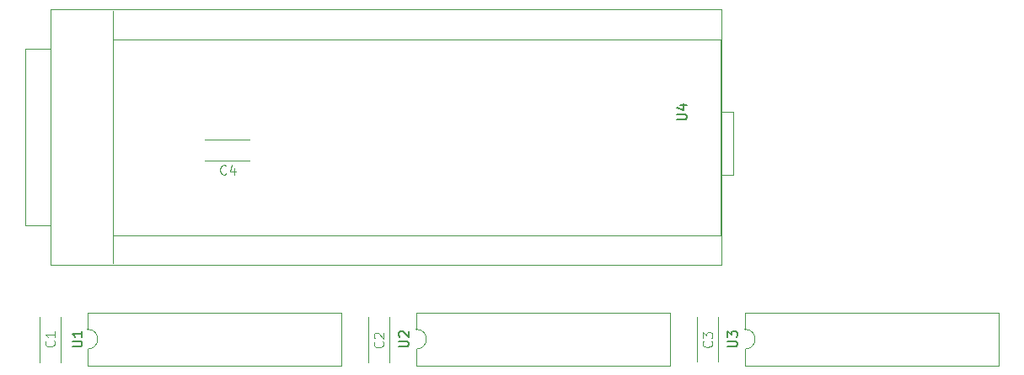
<source format=gto>
G04 #@! TF.GenerationSoftware,KiCad,Pcbnew,(6.0.9)*
G04 #@! TF.CreationDate,2023-03-03T19:19:16+01:00*
G04 #@! TF.ProjectId,02_Cartucho_MSX_Tang_Nano_9k_TMS9918,30325f43-6172-4747-9563-686f5f4d5358,rev?*
G04 #@! TF.SameCoordinates,Original*
G04 #@! TF.FileFunction,Legend,Top*
G04 #@! TF.FilePolarity,Positive*
%FSLAX46Y46*%
G04 Gerber Fmt 4.6, Leading zero omitted, Abs format (unit mm)*
G04 Created by KiCad (PCBNEW (6.0.9)) date 2023-03-03 19:19:16*
%MOMM*%
%LPD*%
G01*
G04 APERTURE LIST*
%ADD10C,0.096520*%
%ADD11C,0.150000*%
%ADD12C,0.120000*%
%ADD13C,0.100000*%
%ADD14C,1.600000*%
%ADD15R,1.600000X1.600000*%
%ADD16O,1.600000X1.600000*%
%ADD17C,4.900000*%
%ADD18R,1.270000X7.620000*%
%ADD19R,1.600000X2.400000*%
%ADD20O,1.600000X2.400000*%
G04 APERTURE END LIST*
D10*
X77364770Y-96361794D02*
X77318808Y-96407756D01*
X77180922Y-96453718D01*
X77088998Y-96453718D01*
X76951113Y-96407756D01*
X76859189Y-96315832D01*
X76813227Y-96223908D01*
X76767265Y-96040060D01*
X76767265Y-95902175D01*
X76813227Y-95718327D01*
X76859189Y-95626403D01*
X76951113Y-95534480D01*
X77088998Y-95488518D01*
X77180922Y-95488518D01*
X77318808Y-95534480D01*
X77364770Y-95580441D01*
X78192084Y-95810251D02*
X78192084Y-96453718D01*
X77962275Y-95442556D02*
X77732465Y-96131984D01*
X78329970Y-96131984D01*
X126100114Y-113246503D02*
X126146076Y-113292465D01*
X126192038Y-113430351D01*
X126192038Y-113522275D01*
X126146076Y-113660160D01*
X126054152Y-113752084D01*
X125962228Y-113798046D01*
X125778380Y-113844008D01*
X125640495Y-113844008D01*
X125456647Y-113798046D01*
X125364723Y-113752084D01*
X125272800Y-113660160D01*
X125226838Y-113522275D01*
X125226838Y-113430351D01*
X125272800Y-113292465D01*
X125318761Y-113246503D01*
X125226838Y-112924770D02*
X125226838Y-112327265D01*
X125594533Y-112648998D01*
X125594533Y-112511113D01*
X125640495Y-112419189D01*
X125686457Y-112373227D01*
X125778380Y-112327265D01*
X126008190Y-112327265D01*
X126100114Y-112373227D01*
X126146076Y-112419189D01*
X126192038Y-112511113D01*
X126192038Y-112786884D01*
X126146076Y-112878808D01*
X126100114Y-112924770D01*
X93080114Y-113286503D02*
X93126076Y-113332465D01*
X93172038Y-113470351D01*
X93172038Y-113562275D01*
X93126076Y-113700160D01*
X93034152Y-113792084D01*
X92942228Y-113838046D01*
X92758380Y-113884008D01*
X92620495Y-113884008D01*
X92436647Y-113838046D01*
X92344723Y-113792084D01*
X92252800Y-113700160D01*
X92206838Y-113562275D01*
X92206838Y-113470351D01*
X92252800Y-113332465D01*
X92298761Y-113286503D01*
X92298761Y-112918808D02*
X92252800Y-112872846D01*
X92206838Y-112780922D01*
X92206838Y-112551113D01*
X92252800Y-112459189D01*
X92298761Y-112413227D01*
X92390685Y-112367265D01*
X92482609Y-112367265D01*
X92620495Y-112413227D01*
X93172038Y-112964770D01*
X93172038Y-112367265D01*
X60060114Y-113179823D02*
X60106076Y-113225785D01*
X60152038Y-113363671D01*
X60152038Y-113455595D01*
X60106076Y-113593480D01*
X60014152Y-113685404D01*
X59922228Y-113731366D01*
X59738380Y-113777328D01*
X59600495Y-113777328D01*
X59416647Y-113731366D01*
X59324723Y-113685404D01*
X59232800Y-113593480D01*
X59186838Y-113455595D01*
X59186838Y-113363671D01*
X59232800Y-113225785D01*
X59278761Y-113179823D01*
X60152038Y-112260585D02*
X60152038Y-112812128D01*
X60152038Y-112536357D02*
X59186838Y-112536357D01*
X59324723Y-112628280D01*
X59416647Y-112720204D01*
X59462609Y-112812128D01*
D11*
X61892380Y-113791904D02*
X62701904Y-113791904D01*
X62797142Y-113744285D01*
X62844761Y-113696666D01*
X62892380Y-113601428D01*
X62892380Y-113410952D01*
X62844761Y-113315714D01*
X62797142Y-113268095D01*
X62701904Y-113220476D01*
X61892380Y-113220476D01*
X62892380Y-112220476D02*
X62892380Y-112791904D01*
X62892380Y-112506190D02*
X61892380Y-112506190D01*
X62035238Y-112601428D01*
X62130476Y-112696666D01*
X62178095Y-112791904D01*
X122642380Y-90931904D02*
X123451904Y-90931904D01*
X123547142Y-90884285D01*
X123594761Y-90836666D01*
X123642380Y-90741428D01*
X123642380Y-90550952D01*
X123594761Y-90455714D01*
X123547142Y-90408095D01*
X123451904Y-90360476D01*
X122642380Y-90360476D01*
X122975714Y-89455714D02*
X123642380Y-89455714D01*
X122594761Y-89693809D02*
X123309047Y-89931904D01*
X123309047Y-89312857D01*
X127722380Y-113791904D02*
X128531904Y-113791904D01*
X128627142Y-113744285D01*
X128674761Y-113696666D01*
X128722380Y-113601428D01*
X128722380Y-113410952D01*
X128674761Y-113315714D01*
X128627142Y-113268095D01*
X128531904Y-113220476D01*
X127722380Y-113220476D01*
X127722380Y-112839523D02*
X127722380Y-112220476D01*
X128103333Y-112553809D01*
X128103333Y-112410952D01*
X128150952Y-112315714D01*
X128198571Y-112268095D01*
X128293809Y-112220476D01*
X128531904Y-112220476D01*
X128627142Y-112268095D01*
X128674761Y-112315714D01*
X128722380Y-112410952D01*
X128722380Y-112696666D01*
X128674761Y-112791904D01*
X128627142Y-112839523D01*
X94702380Y-113791904D02*
X95511904Y-113791904D01*
X95607142Y-113744285D01*
X95654761Y-113696666D01*
X95702380Y-113601428D01*
X95702380Y-113410952D01*
X95654761Y-113315714D01*
X95607142Y-113268095D01*
X95511904Y-113220476D01*
X94702380Y-113220476D01*
X94797619Y-112791904D02*
X94750000Y-112744285D01*
X94702380Y-112649047D01*
X94702380Y-112410952D01*
X94750000Y-112315714D01*
X94797619Y-112268095D01*
X94892857Y-112220476D01*
X94988095Y-112220476D01*
X95130952Y-112268095D01*
X95702380Y-112839523D01*
X95702380Y-112220476D01*
D12*
X75200000Y-95050000D02*
X75200000Y-95035000D01*
X79740000Y-95050000D02*
X79740000Y-95035000D01*
X79740000Y-92910000D02*
X75200000Y-92910000D01*
X79740000Y-92925000D02*
X79740000Y-92910000D01*
X79740000Y-95050000D02*
X75200000Y-95050000D01*
X75200000Y-92925000D02*
X75200000Y-92910000D01*
X124660000Y-110760000D02*
X124675000Y-110760000D01*
X124660000Y-115300000D02*
X124675000Y-115300000D01*
X126800000Y-115300000D02*
X126800000Y-110760000D01*
X126785000Y-115300000D02*
X126800000Y-115300000D01*
X124660000Y-115300000D02*
X124660000Y-110760000D01*
X126785000Y-110760000D02*
X126800000Y-110760000D01*
X91640000Y-110800000D02*
X91655000Y-110800000D01*
X91640000Y-115340000D02*
X91655000Y-115340000D01*
X93780000Y-115340000D02*
X93780000Y-110800000D01*
X93765000Y-115340000D02*
X93780000Y-115340000D01*
X91640000Y-115340000D02*
X91640000Y-110800000D01*
X93765000Y-110800000D02*
X93780000Y-110800000D01*
X58620000Y-110800000D02*
X58635000Y-110800000D01*
X58620000Y-115340000D02*
X58635000Y-115340000D01*
X60760000Y-115340000D02*
X60760000Y-110800000D01*
X60745000Y-115340000D02*
X60760000Y-115340000D01*
X58620000Y-115340000D02*
X58620000Y-110800000D01*
X60745000Y-110800000D02*
X60760000Y-110800000D01*
X63440000Y-114030000D02*
X63440000Y-115680000D01*
X63440000Y-115680000D02*
X88960000Y-115680000D01*
X88960000Y-115680000D02*
X88960000Y-110380000D01*
X88960000Y-110380000D02*
X63440000Y-110380000D01*
X63440000Y-110380000D02*
X63440000Y-112030000D01*
X63440000Y-114030000D02*
G75*
G03*
X63440000Y-112030000I0J1000000D01*
G01*
X65980000Y-102580000D02*
X127060000Y-102580000D01*
X57150000Y-101600000D02*
X59690000Y-101600000D01*
D13*
X65980000Y-80010000D02*
X65980000Y-105410000D01*
D12*
X127060000Y-90170000D02*
X128270000Y-90170000D01*
X127060000Y-82840000D02*
X65980000Y-82840000D01*
X59690000Y-79840000D02*
X59690000Y-105580000D01*
X128270000Y-90170000D02*
X128270000Y-96520000D01*
X127060000Y-102580000D02*
X127060000Y-97520000D01*
X128270000Y-96520000D02*
X127127000Y-96520000D01*
X57150000Y-83820000D02*
X57150000Y-101600000D01*
X127120000Y-79840000D02*
X59690000Y-79840000D01*
X127120000Y-105580000D02*
X127120000Y-79840000D01*
X59690000Y-105580000D02*
X127120000Y-105580000D01*
X127060000Y-97790000D02*
X127060000Y-82840000D01*
X59690000Y-83820000D02*
X57150000Y-83820000D01*
X129480000Y-115680000D02*
X155000000Y-115680000D01*
X155000000Y-110380000D02*
X129480000Y-110380000D01*
X155000000Y-115680000D02*
X155000000Y-110380000D01*
X129480000Y-110380000D02*
X129480000Y-112030000D01*
X129480000Y-114030000D02*
X129480000Y-115680000D01*
X129480000Y-114030000D02*
G75*
G03*
X129480000Y-112030000I0J1000000D01*
G01*
X96460000Y-115680000D02*
X121980000Y-115680000D01*
X121980000Y-110380000D02*
X96460000Y-110380000D01*
X96460000Y-110380000D02*
X96460000Y-112030000D01*
X96460000Y-114030000D02*
X96460000Y-115680000D01*
X121980000Y-115680000D02*
X121980000Y-110380000D01*
X96460000Y-114030000D02*
G75*
G03*
X96460000Y-112030000I0J1000000D01*
G01*
%LPC*%
D14*
X79970000Y-93980000D03*
X74970000Y-93980000D03*
X125730000Y-115530000D03*
X125730000Y-110530000D03*
X92710000Y-115570000D03*
X92710000Y-110570000D03*
X59690000Y-115570000D03*
X59690000Y-110570000D03*
D15*
X64770000Y-116840000D03*
D16*
X67310000Y-116840000D03*
X69850000Y-116840000D03*
X72390000Y-116840000D03*
X74930000Y-116840000D03*
X77470000Y-116840000D03*
X80010000Y-116840000D03*
X82550000Y-116840000D03*
X85090000Y-116840000D03*
X87630000Y-116840000D03*
X87630000Y-109220000D03*
X85090000Y-109220000D03*
X82550000Y-109220000D03*
X80010000Y-109220000D03*
X77470000Y-109220000D03*
X74930000Y-109220000D03*
X72390000Y-109220000D03*
X69850000Y-109220000D03*
X67310000Y-109220000D03*
X64770000Y-109220000D03*
D17*
X83660000Y-122465000D03*
X139860000Y-127565000D03*
D18*
X142240000Y-139700000D03*
X139700000Y-139700000D03*
X137160000Y-139700000D03*
X134620000Y-139700000D03*
X132080000Y-139700000D03*
X129540000Y-139700000D03*
X127000000Y-139700000D03*
X124460000Y-139700000D03*
X121920000Y-139700000D03*
X119380000Y-139700000D03*
X116840000Y-139700000D03*
X114300000Y-139700000D03*
X111760000Y-139700000D03*
X109220000Y-139700000D03*
X106680000Y-139700000D03*
X104140000Y-139700000D03*
X101600000Y-139700000D03*
X99060000Y-139700000D03*
X96520000Y-139700000D03*
X93980000Y-139700000D03*
X91440000Y-139700000D03*
X88900000Y-138430000D03*
X86360000Y-139700000D03*
X83820000Y-139700000D03*
X81280000Y-139700000D03*
D19*
X125730000Y-81280000D03*
D20*
X123190000Y-81280000D03*
X120650000Y-81280000D03*
X118110000Y-81280000D03*
X115570000Y-81280000D03*
X113030000Y-81280000D03*
X110490000Y-81280000D03*
X107950000Y-81280000D03*
X105410000Y-81280000D03*
X102870000Y-81280000D03*
X100330000Y-81280000D03*
X97790000Y-81280000D03*
X95250000Y-81280000D03*
X92710000Y-81280000D03*
X90170000Y-81280000D03*
X87630000Y-81280000D03*
X85090000Y-81280000D03*
X82550000Y-81280000D03*
X80010000Y-81280000D03*
X77470000Y-81280000D03*
X74930000Y-81280000D03*
X72390000Y-81280000D03*
X69850000Y-81280000D03*
X67310000Y-81280000D03*
X67310000Y-104140000D03*
X69850000Y-104140000D03*
X72390000Y-104140000D03*
X74930000Y-104140000D03*
X77470000Y-104140000D03*
X80010000Y-104140000D03*
X82550000Y-104140000D03*
X85090000Y-104140000D03*
X87630000Y-104140000D03*
X90170000Y-104140000D03*
X92710000Y-104140000D03*
X95250000Y-104140000D03*
X97790000Y-104140000D03*
X100330000Y-104140000D03*
X102870000Y-104140000D03*
X105410000Y-104140000D03*
X107950000Y-104140000D03*
X110490000Y-104140000D03*
X113030000Y-104140000D03*
X115570000Y-104140000D03*
X118110000Y-104140000D03*
X120650000Y-104140000D03*
X123190000Y-104140000D03*
X125730000Y-104140000D03*
D15*
X130810000Y-116840000D03*
D16*
X133350000Y-116840000D03*
X135890000Y-116840000D03*
X138430000Y-116840000D03*
X140970000Y-116840000D03*
X143510000Y-116840000D03*
X146050000Y-116840000D03*
X148590000Y-116840000D03*
X151130000Y-116840000D03*
X153670000Y-116840000D03*
X153670000Y-109220000D03*
X151130000Y-109220000D03*
X148590000Y-109220000D03*
X146050000Y-109220000D03*
X143510000Y-109220000D03*
X140970000Y-109220000D03*
X138430000Y-109220000D03*
X135890000Y-109220000D03*
X133350000Y-109220000D03*
X130810000Y-109220000D03*
D15*
X97790000Y-116840000D03*
D16*
X100330000Y-116840000D03*
X102870000Y-116840000D03*
X105410000Y-116840000D03*
X107950000Y-116840000D03*
X110490000Y-116840000D03*
X113030000Y-116840000D03*
X115570000Y-116840000D03*
X118110000Y-116840000D03*
X120650000Y-116840000D03*
X120650000Y-109220000D03*
X118110000Y-109220000D03*
X115570000Y-109220000D03*
X113030000Y-109220000D03*
X110490000Y-109220000D03*
X107950000Y-109220000D03*
X105410000Y-109220000D03*
X102870000Y-109220000D03*
X100330000Y-109220000D03*
X97790000Y-109220000D03*
M02*

</source>
